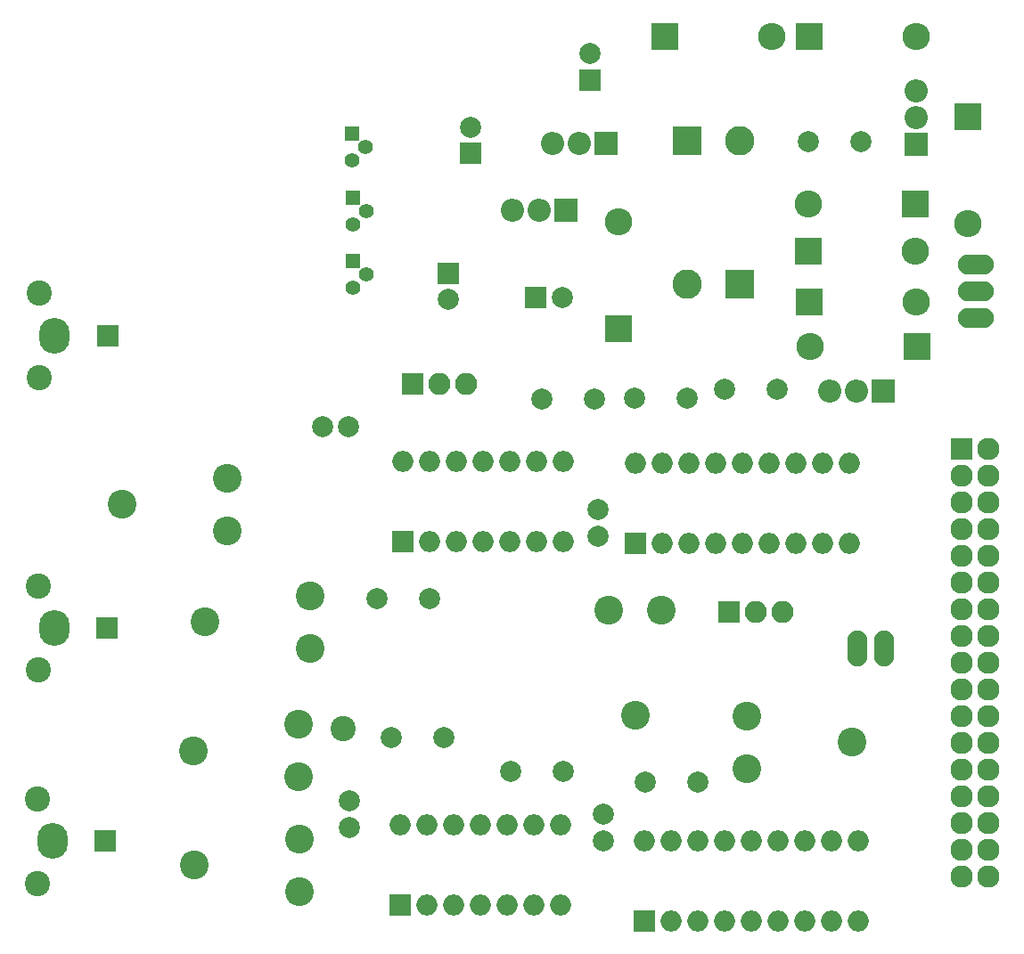
<source format=gts>
G04 #@! TF.FileFunction,Soldermask,Top*
%FSLAX46Y46*%
G04 Gerber Fmt 4.6, Leading zero omitted, Abs format (unit mm)*
G04 Created by KiCad (PCBNEW 4.0.7-e2-6376~58~ubuntu16.04.1) date Thu Dec 14 21:04:02 2023*
%MOMM*%
%LPD*%
G01*
G04 APERTURE LIST*
%ADD10C,0.100000*%
%ADD11C,1.400000*%
%ADD12R,1.400000X1.400000*%
%ADD13C,2.000000*%
%ADD14R,2.800000X2.800000*%
%ADD15C,2.800000*%
%ADD16R,2.000000X2.000000*%
%ADD17R,2.600000X2.600000*%
%ADD18O,2.600000X2.600000*%
%ADD19R,2.127200X2.127200*%
%ADD20O,2.127200X2.127200*%
%ADD21O,3.410000X1.910000*%
%ADD22O,2.900000X3.400000*%
%ADD23C,2.400000*%
%ADD24O,1.910000X3.410000*%
%ADD25R,2.100000X2.100000*%
%ADD26O,2.100000X2.100000*%
%ADD27O,2.000000X2.000000*%
%ADD28R,2.200000X2.200000*%
%ADD29O,2.200000X2.200000*%
%ADD30C,2.740000*%
G04 APERTURE END LIST*
D10*
D11*
X208050000Y-52340000D03*
X206780000Y-53610000D03*
D12*
X206780000Y-51070000D03*
D13*
X238620000Y-76240000D03*
X233620000Y-76240000D03*
X239650000Y-112730000D03*
X234650000Y-112730000D03*
X230632000Y-118324000D03*
X230632000Y-115824000D03*
X230124000Y-89368000D03*
X230124000Y-86868000D03*
D14*
X243640000Y-65390000D03*
D15*
X238640000Y-65390000D03*
D14*
X238600000Y-51800000D03*
D15*
X243600000Y-51800000D03*
D13*
X214120000Y-95280000D03*
X209120000Y-95280000D03*
X255160000Y-51860000D03*
X250160000Y-51860000D03*
X247190000Y-75390000D03*
X242190000Y-75390000D03*
X210470000Y-108510000D03*
X215470000Y-108510000D03*
D16*
X229350000Y-45980000D03*
D13*
X229350000Y-43480000D03*
X229800000Y-76320000D03*
X224800000Y-76320000D03*
X226820000Y-111750000D03*
X221820000Y-111750000D03*
D16*
X224240000Y-66690000D03*
D13*
X226740000Y-66690000D03*
D16*
X215880000Y-64380000D03*
D13*
X215880000Y-66880000D03*
D16*
X218020000Y-52990000D03*
D13*
X218020000Y-50490000D03*
X206462000Y-78994000D03*
X203962000Y-78994000D03*
X206502000Y-114554000D03*
X206502000Y-117054000D03*
D17*
X260480000Y-71340000D03*
D18*
X250320000Y-71340000D03*
D17*
X250240000Y-67070000D03*
D18*
X260400000Y-67070000D03*
D17*
X250130000Y-62270000D03*
D18*
X260290000Y-62270000D03*
D17*
X260290000Y-57790000D03*
D18*
X250130000Y-57790000D03*
D17*
X232120000Y-69640000D03*
D18*
X232120000Y-59480000D03*
D17*
X265240000Y-49530000D03*
D18*
X265240000Y-59690000D03*
D17*
X250220000Y-41840000D03*
D18*
X260380000Y-41840000D03*
D17*
X236470000Y-41910000D03*
D18*
X246630000Y-41910000D03*
D19*
X264670000Y-81100000D03*
D20*
X267210000Y-81100000D03*
X264670000Y-83640000D03*
X267210000Y-83640000D03*
X264670000Y-86180000D03*
X267210000Y-86180000D03*
X264670000Y-88720000D03*
X267210000Y-88720000D03*
X264670000Y-91260000D03*
X267210000Y-91260000D03*
X264670000Y-93800000D03*
X267210000Y-93800000D03*
X264670000Y-96340000D03*
X267210000Y-96340000D03*
X264670000Y-98880000D03*
X267210000Y-98880000D03*
X264670000Y-101420000D03*
X267210000Y-101420000D03*
X264670000Y-103960000D03*
X267210000Y-103960000D03*
X264670000Y-106500000D03*
X267210000Y-106500000D03*
X264670000Y-109040000D03*
X267210000Y-109040000D03*
X264670000Y-111580000D03*
X267210000Y-111580000D03*
X264670000Y-114120000D03*
X267210000Y-114120000D03*
X264670000Y-116660000D03*
X267210000Y-116660000D03*
X264670000Y-119200000D03*
X267210000Y-119200000D03*
X264670000Y-121740000D03*
X267210000Y-121740000D03*
D21*
X266010000Y-63520000D03*
X266010000Y-66060000D03*
X266010000Y-68600000D03*
D16*
X183480000Y-98110000D03*
D22*
X178480000Y-98110000D03*
D23*
X176980000Y-94110000D03*
X176980000Y-102110000D03*
D16*
X183348000Y-118364000D03*
D22*
X178348000Y-118364000D03*
D23*
X176848000Y-114364000D03*
X176848000Y-122364000D03*
D16*
X183538000Y-70294000D03*
D22*
X178538000Y-70294000D03*
D23*
X177038000Y-66294000D03*
X177038000Y-74294000D03*
X205960000Y-107640000D03*
D24*
X257330000Y-100076000D03*
X254790000Y-100076000D03*
D11*
X208150000Y-58470000D03*
X206880000Y-59740000D03*
D12*
X206880000Y-57200000D03*
D11*
X208170000Y-64480000D03*
X206900000Y-65750000D03*
D12*
X206900000Y-63210000D03*
D25*
X212560000Y-74930000D03*
D26*
X215100000Y-74930000D03*
X217640000Y-74930000D03*
D25*
X242610000Y-96590000D03*
D26*
X245150000Y-96590000D03*
X247690000Y-96590000D03*
D16*
X234530000Y-125920000D03*
D27*
X254850000Y-118300000D03*
X237070000Y-125920000D03*
X252310000Y-118300000D03*
X239610000Y-125920000D03*
X249770000Y-118300000D03*
X242150000Y-125920000D03*
X247230000Y-118300000D03*
X244690000Y-125920000D03*
X244690000Y-118300000D03*
X247230000Y-125920000D03*
X242150000Y-118300000D03*
X249770000Y-125920000D03*
X239610000Y-118300000D03*
X252310000Y-125920000D03*
X237070000Y-118300000D03*
X254850000Y-125920000D03*
X234530000Y-118300000D03*
D16*
X233720000Y-90040000D03*
D27*
X254040000Y-82420000D03*
X236260000Y-90040000D03*
X251500000Y-82420000D03*
X238800000Y-90040000D03*
X248960000Y-82420000D03*
X241340000Y-90040000D03*
X246420000Y-82420000D03*
X243880000Y-90040000D03*
X243880000Y-82420000D03*
X246420000Y-90040000D03*
X241340000Y-82420000D03*
X248960000Y-90040000D03*
X238800000Y-82420000D03*
X251500000Y-90040000D03*
X236260000Y-82420000D03*
X254040000Y-90040000D03*
X233720000Y-82420000D03*
D28*
X257230000Y-75530000D03*
D29*
X254690000Y-75530000D03*
X252150000Y-75530000D03*
D28*
X260390000Y-52160000D03*
D29*
X260390000Y-49620000D03*
X260390000Y-47080000D03*
D28*
X230886000Y-52070000D03*
D29*
X228346000Y-52070000D03*
X225806000Y-52070000D03*
D30*
X236180000Y-96426000D03*
X233680000Y-106426000D03*
X231180000Y-96426000D03*
X244254000Y-106466000D03*
X254254000Y-108966000D03*
X244254000Y-111466000D03*
X202786000Y-100036000D03*
X192786000Y-97536000D03*
X202786000Y-95036000D03*
X201676000Y-112268000D03*
X191676000Y-109768000D03*
X201676000Y-107268000D03*
X194912000Y-88860000D03*
X184912000Y-86360000D03*
X194912000Y-83860000D03*
X201770000Y-123150000D03*
X191770000Y-120650000D03*
X201770000Y-118150000D03*
D16*
X211328000Y-124460000D03*
D27*
X226568000Y-116840000D03*
X213868000Y-124460000D03*
X224028000Y-116840000D03*
X216408000Y-124460000D03*
X221488000Y-116840000D03*
X218948000Y-124460000D03*
X218948000Y-116840000D03*
X221488000Y-124460000D03*
X216408000Y-116840000D03*
X224028000Y-124460000D03*
X213868000Y-116840000D03*
X226568000Y-124460000D03*
X211328000Y-116840000D03*
D16*
X211582000Y-89916000D03*
D27*
X226822000Y-82296000D03*
X214122000Y-89916000D03*
X224282000Y-82296000D03*
X216662000Y-89916000D03*
X221742000Y-82296000D03*
X219202000Y-89916000D03*
X219202000Y-82296000D03*
X221742000Y-89916000D03*
X216662000Y-82296000D03*
X224282000Y-89916000D03*
X214122000Y-82296000D03*
X226822000Y-89916000D03*
X211582000Y-82296000D03*
D28*
X227076000Y-58420000D03*
D29*
X224536000Y-58420000D03*
X221996000Y-58420000D03*
M02*

</source>
